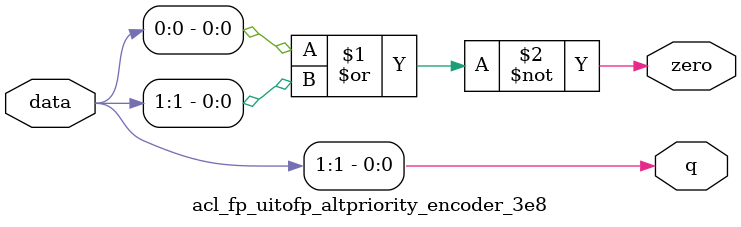
<source format=v>
module  acl_fp_uitofp_altpriority_encoder_3e8
	( 
	data,
	q,
	zero) ;
	input   [1:0]  data;
	output   [0:0]  q;
	output   zero;
	assign
		q = {data[1]},
		zero = (~ (data[0] | data[1]));
endmodule
</source>
